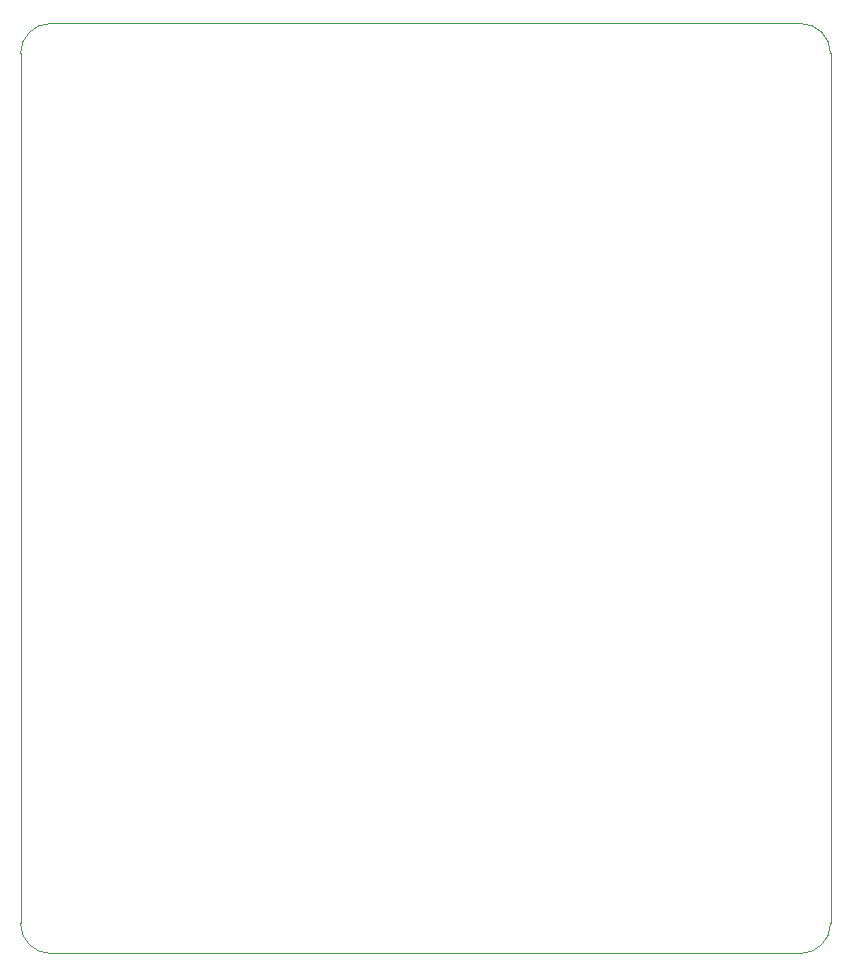
<source format=gbr>
%TF.GenerationSoftware,KiCad,Pcbnew,5.1.9*%
%TF.CreationDate,2021-03-01T19:41:54-05:00*%
%TF.ProjectId,CANalog_nucleo,43414e61-6c6f-4675-9f6e-75636c656f2e,rev?*%
%TF.SameCoordinates,PX700e860PY1298be0*%
%TF.FileFunction,Profile,NP*%
%FSLAX46Y46*%
G04 Gerber Fmt 4.6, Leading zero omitted, Abs format (unit mm)*
G04 Created by KiCad (PCBNEW 5.1.9) date 2021-03-01 19:41:54*
%MOMM*%
%LPD*%
G01*
G04 APERTURE LIST*
%TA.AperFunction,Profile*%
%ADD10C,0.050000*%
%TD*%
G04 APERTURE END LIST*
D10*
X-69240000Y-3360000D02*
G75*
G02*
X-66700000Y-820000I2540000J0D01*
G01*
X-3200000Y-820000D02*
G75*
G02*
X-660000Y-3360000I0J-2540000D01*
G01*
X-660000Y-77020000D02*
G75*
G02*
X-3200000Y-79560000I-2540000J0D01*
G01*
X-66700000Y-79560000D02*
G75*
G02*
X-69240000Y-77020000I0J2540000D01*
G01*
X-69240000Y-77020000D02*
X-69240000Y-3360000D01*
X-3200000Y-79560000D02*
X-66700000Y-79560000D01*
X-660000Y-3360000D02*
X-660000Y-77020000D01*
X-66700000Y-820000D02*
X-3200000Y-820000D01*
M02*

</source>
